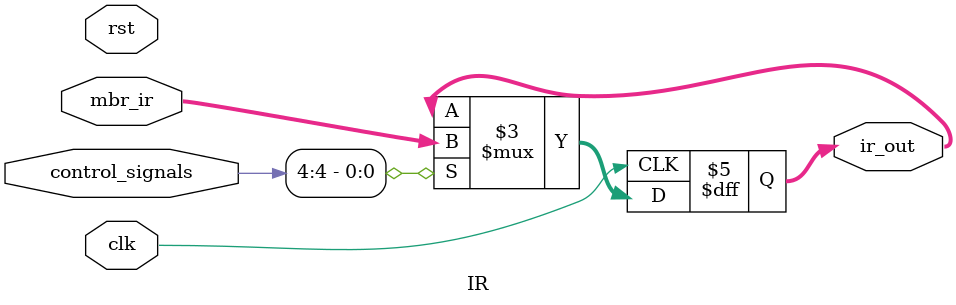
<source format=v>
`timescale 1ns / 1ps

module IR(
    input clk,
    input rst,
    input [31:0]control_signals,//C4,               // MBR to IR
    input [7:0] mbr_ir,
    output reg [7:0] ir_out=0
);

    always @(posedge clk )
    begin
//        if (~rst)
//            ir_out <= 0;
//        else
//        begin
            if(control_signals[4])
                ir_out <= mbr_ir;
//        end
    end

endmodule // IR
</source>
